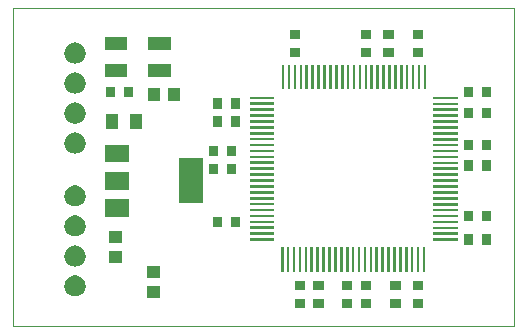
<source format=gts>
G75*
G71*
%OFA0B0*%
%FSLAX23Y23*%
%IPPOS*%
%LPD*%
%ADD10C,0.1*%
%LPD*%D10*
X0Y0D02*
X0Y100D01*
X0Y200D01*
X0Y300D01*
X0Y399D01*
X0Y499D01*
X0Y599D01*
X0Y699D01*
X0Y799D01*
X0Y899D01*
X0Y999D01*
X0Y1099D01*
X0Y1198D01*
X0Y1298D01*
X0Y1398D01*
X0Y1498D01*
X0Y1598D01*
X0Y1698D01*
X0Y1798D01*
X0Y1898D01*
X0Y1997D01*
X0Y2097D01*
X0Y2197D01*
X0Y2297D01*
X0Y2397D01*
X0Y2497D01*
X0Y2597D01*
X0Y2697D01*
X0Y2796D01*
X0Y2896D01*
X0Y2996D01*
X0Y3096D01*
X0Y3196D01*
X0Y3296D01*
X0Y3396D01*
X0Y3495D01*
X0Y3595D01*
X0Y3695D01*
X0Y3795D01*
X0Y3895D01*
X0Y3995D01*
X0Y4095D01*
X0Y4195D01*
X0Y4294D01*
X0Y4394D01*
X0Y4494D01*
X0Y4594D01*
X0Y4694D01*
X0Y4794D01*
X0Y4894D01*
X0Y4994D01*
X0Y5093D01*
X0Y5193D01*
X0Y5293D01*
X0Y5393D01*
X0Y5493D01*
X0Y5593D01*
X0Y5693D01*
X0Y5793D01*
X0Y5892D01*
X0Y5992D01*
X0Y6092D01*
X0Y6192D01*
X0Y6292D01*
X0Y6392D01*
X0Y6492D01*
X0Y6591D01*
X0Y6691D01*
X0Y6791D01*
X0Y6891D01*
X0Y6991D01*
X0Y7091D01*
X0Y7191D01*
X0Y7291D01*
X0Y7390D01*
X0Y7490D01*
X0Y7590D01*
X0Y7690D01*
X0Y7790D01*
X0Y7890D01*
X0Y7990D01*
X0Y8090D01*
X0Y8189D01*
X0Y8289D01*
X0Y8389D01*
X0Y8489D01*
X0Y8589D01*
X0Y8689D01*
X0Y8789D01*
X0Y8888D01*
X0Y8988D01*
X0Y9088D01*
X0Y9188D01*
X0Y9288D01*
X0Y9388D01*
X0Y9488D01*
X0Y9588D01*
X0Y9687D01*
X0Y9787D01*
X0Y9887D01*
X0Y9987D01*
X0Y10087D01*
X0Y10187D01*
X0Y10287D01*
X0Y10387D01*
X0Y10486D01*
X0Y10586D01*
X0Y10686D01*
X0Y10786D01*
X0Y10886D01*
X0Y10986D01*
X0Y11086D01*
X0Y11186D01*
X0Y11285D01*
X0Y11385D01*
X0Y11485D01*
X0Y11585D01*
X0Y11685D01*
X0Y11785D01*
X0Y11885D01*
X0Y11985D01*
X0Y12084D01*
X0Y12184D01*
X0Y12284D01*
X0Y12384D01*
X0Y12484D01*
X0Y12584D01*
X0Y12684D01*
X0Y12783D01*
X0Y12883D01*
X0Y12983D01*
X0Y13083D01*
X0Y13183D01*
X0Y13283D01*
X0Y13383D01*
X0Y13483D01*
X0Y13582D01*
X0Y13682D01*
X0Y13782D01*
X0Y13882D01*
X0Y13982D01*
X0Y14082D01*
X0Y14182D01*
X0Y14282D01*
X0Y14381D01*
X0Y14481D01*
X0Y14581D01*
X0Y14681D01*
X0Y14781D01*
X0Y14881D01*
X0Y14981D01*
X0Y15081D01*
X0Y15180D01*
X0Y15280D01*
X0Y15380D01*
X0Y15480D01*
X0Y15580D01*
X0Y15680D01*
X0Y15780D01*
X0Y15879D01*
X0Y15979D01*
X0Y16079D01*
X0Y16179D01*
X0Y16279D01*
X0Y16379D01*
X0Y16479D01*
X0Y16579D01*
X0Y16678D01*
X0Y16778D01*
X0Y16878D01*
X0Y16978D01*
X0Y17078D01*
X0Y17178D01*
X0Y17278D01*
X0Y17378D01*
X0Y17477D01*
X0Y17577D01*
X0Y17677D01*
X0Y17777D01*
X0Y17877D01*
X0Y17977D01*
X0Y18077D01*
X0Y18177D01*
X0Y18276D01*
X0Y18376D01*
X0Y18476D01*
X0Y18576D01*
X0Y18676D01*
X0Y18776D01*
X0Y18876D01*
X0Y18975D01*
X0Y19075D01*
X0Y19175D01*
X0Y19275D01*
X0Y19375D01*
X0Y19475D01*
X0Y19575D01*
X0Y19675D01*
X0Y19774D01*
X0Y19874D01*
X0Y19974D01*
X0Y20074D01*
X0Y20174D01*
X0Y20274D01*
X0Y20374D01*
X0Y20474D01*
X0Y20573D01*
X0Y20673D01*
X0Y20773D01*
X0Y20873D01*
X0Y20973D01*
X0Y21073D01*
X0Y21173D01*
X0Y21273D01*
X0Y21372D01*
X0Y21472D01*
X0Y21572D01*
X0Y21672D01*
X0Y21772D01*
X0Y21872D01*
X0Y21972D01*
X0Y22071D01*
X0Y22171D01*
X0Y22271D01*
X0Y22371D01*
X0Y22471D01*
X0Y22571D01*
X0Y22671D01*
X0Y22771D01*
X0Y22870D01*
X0Y22970D01*
X0Y23070D01*
X0Y23170D01*
X0Y23270D01*
X0Y23370D01*
X0Y23470D01*
X0Y23570D01*
X0Y23669D01*
X0Y23769D01*
X0Y23869D01*
X0Y23969D01*
X0Y24069D01*
X0Y24169D01*
X0Y24269D01*
X0Y24369D01*
X0Y24468D01*
X0Y24568D01*
X0Y24668D01*
X0Y24768D01*
X0Y24868D01*
X0Y24968D01*
X0Y25068D01*
X0Y25168D01*
X0Y25267D01*
X0Y25367D01*
X0Y25467D01*
X0Y25567D01*
X0Y25667D01*
X0Y25767D01*
X0Y25867D01*
X0Y25967D01*
X0Y26066D01*
X0Y26166D01*
X0Y26266D01*
X0Y26366D01*
X0Y26466D01*
X0Y26566D01*
X0Y26666D01*
X0Y26765D01*
X0Y26865D01*
X0Y26965D01*
X100Y26965D01*
X200Y26965D01*
X299Y26965D01*
X399Y26965D01*
X499Y26965D01*
X599Y26965D01*
X698Y26965D01*
X798Y26965D01*
X898Y26965D01*
X998Y26965D01*
X1098Y26965D01*
X1197Y26965D01*
X1297Y26965D01*
X1397Y26965D01*
X1497Y26965D01*
X1596Y26965D01*
X1696Y26965D01*
X1796Y26965D01*
X1896Y26965D01*
X1995Y26965D01*
X2095Y26965D01*
X2195Y26965D01*
X2295Y26965D01*
X2395Y26965D01*
X2494Y26965D01*
X2594Y26965D01*
X2694Y26965D01*
X2794Y26965D01*
X2893Y26965D01*
X2993Y26965D01*
X3093Y26965D01*
X3193Y26965D01*
X3293Y26965D01*
X3392Y26965D01*
X3492Y26965D01*
X3592Y26965D01*
X3692Y26965D01*
X3791Y26965D01*
X3891Y26965D01*
X3991Y26965D01*
X4091Y26965D01*
X4190Y26965D01*
X4290Y26965D01*
X4390Y26965D01*
X4490Y26965D01*
X4590Y26965D01*
X4689Y26965D01*
X4789Y26965D01*
X4889Y26965D01*
X4989Y26965D01*
X5088Y26965D01*
X5188Y26965D01*
X5288Y26965D01*
X5388Y26965D01*
X5488Y26965D01*
X5587Y26965D01*
X5687Y26965D01*
X5787Y26965D01*
X5887Y26965D01*
X5986Y26965D01*
X6086Y26965D01*
X6186Y26965D01*
X6286Y26965D01*
X6385Y26965D01*
X6485Y26965D01*
X6585Y26965D01*
X6685Y26965D01*
X6785Y26965D01*
X6884Y26965D01*
X6984Y26965D01*
X7084Y26965D01*
X7184Y26965D01*
X7283Y26965D01*
X7383Y26965D01*
X7483Y26965D01*
X7583Y26965D01*
X7683Y26965D01*
X7782Y26965D01*
X7882Y26965D01*
X7982Y26965D01*
X8082Y26965D01*
X8181Y26965D01*
X8281Y26965D01*
X8381Y26965D01*
X8481Y26965D01*
X8580Y26965D01*
X8680Y26965D01*
X8780Y26965D01*
X8880Y26965D01*
X8980Y26965D01*
X9079Y26965D01*
X9179Y26965D01*
X9279Y26965D01*
X9379Y26965D01*
X9478Y26965D01*
X9578Y26965D01*
X9678Y26965D01*
X9778Y26965D01*
X9878Y26965D01*
X9977Y26965D01*
X10077Y26965D01*
X10177Y26965D01*
X10277Y26965D01*
X10376Y26965D01*
X10476Y26965D01*
X10576Y26965D01*
X10676Y26965D01*
X10775Y26965D01*
X10875Y26965D01*
X10975Y26965D01*
X11075Y26965D01*
X11175Y26965D01*
X11274Y26965D01*
X11374Y26965D01*
X11474Y26965D01*
X11574Y26965D01*
X11673Y26965D01*
X11773Y26965D01*
X11873Y26965D01*
X11973Y26965D01*
X12073Y26965D01*
X12172Y26965D01*
X12272Y26965D01*
X12372Y26965D01*
X12472Y26965D01*
X12571Y26965D01*
X12671Y26965D01*
X12771Y26965D01*
X12871Y26965D01*
X12970Y26965D01*
X13070Y26965D01*
X13170Y26965D01*
X13270Y26965D01*
X13370Y26965D01*
X13469Y26965D01*
X13569Y26965D01*
X13669Y26965D01*
X13769Y26965D01*
X13868Y26965D01*
X13968Y26965D01*
X14068Y26965D01*
X14168Y26965D01*
X14268Y26965D01*
X14367Y26965D01*
X14467Y26965D01*
X14567Y26965D01*
X14667Y26965D01*
X14766Y26965D01*
X14866Y26965D01*
X14966Y26965D01*
X15066Y26965D01*
X15165Y26965D01*
X15265Y26965D01*
X15365Y26965D01*
X15465Y26965D01*
X15565Y26965D01*
X15664Y26965D01*
X15764Y26965D01*
X15864Y26965D01*
X15964Y26965D01*
X16063Y26965D01*
X16163Y26965D01*
X16263Y26965D01*
X16363Y26965D01*
X16463Y26965D01*
X16562Y26965D01*
X16662Y26965D01*
X16762Y26965D01*
X16862Y26965D01*
X16961Y26965D01*
X17061Y26965D01*
X17161Y26965D01*
X17261Y26965D01*
X17361Y26965D01*
X17460Y26965D01*
X17560Y26965D01*
X17660Y26965D01*
X17760Y26965D01*
X17859Y26965D01*
X17959Y26965D01*
X18059Y26965D01*
X18159Y26965D01*
X18258Y26965D01*
X18358Y26965D01*
X18458Y26965D01*
X18558Y26965D01*
X18658Y26965D01*
X18757Y26965D01*
X18857Y26965D01*
X18957Y26965D01*
X19057Y26965D01*
X19156Y26965D01*
X19256Y26965D01*
X19356Y26965D01*
X19456Y26965D01*
X19556Y26965D01*
X19655Y26965D01*
X19755Y26965D01*
X19855Y26965D01*
X19955Y26965D01*
X20054Y26965D01*
X20154Y26965D01*
X20254Y26965D01*
X20354Y26965D01*
X20453Y26965D01*
X20553Y26965D01*
X20653Y26965D01*
X20753Y26965D01*
X20853Y26965D01*
X20952Y26965D01*
X21052Y26965D01*
X21152Y26965D01*
X21252Y26965D01*
X21351Y26965D01*
X21451Y26965D01*
X21551Y26965D01*
X21651Y26965D01*
X21751Y26965D01*
X21850Y26965D01*
X21950Y26965D01*
X22050Y26965D01*
X22150Y26965D01*
X22249Y26965D01*
X22349Y26965D01*
X22449Y26965D01*
X22549Y26965D01*
X22649Y26965D01*
X22748Y26965D01*
X22848Y26965D01*
X22948Y26965D01*
X23048Y26965D01*
X23147Y26965D01*
X23247Y26965D01*
X23347Y26965D01*
X23447Y26965D01*
X23546Y26965D01*
X23646Y26965D01*
X23746Y26965D01*
X23846Y26965D01*
X23946Y26965D01*
X24045Y26965D01*
X24145Y26965D01*
X24245Y26965D01*
X24345Y26965D01*
X24444Y26965D01*
X24544Y26965D01*
X24644Y26965D01*
X24744Y26965D01*
X24844Y26965D01*
X24943Y26965D01*
X25043Y26965D01*
X25143Y26965D01*
X25243Y26965D01*
X25342Y26965D01*
X25442Y26965D01*
X25542Y26965D01*
X25642Y26965D01*
X25741Y26965D01*
X25841Y26965D01*
X25941Y26965D01*
X26041Y26965D01*
X26141Y26965D01*
X26240Y26965D01*
X26340Y26965D01*
X26440Y26965D01*
X26540Y26965D01*
X26639Y26965D01*
X26739Y26965D01*
X26839Y26965D01*
X26939Y26965D01*
X27039Y26965D01*
X27138Y26965D01*
X27238Y26965D01*
X27338Y26965D01*
X27438Y26965D01*
X27537Y26965D01*
X27637Y26965D01*
X27737Y26965D01*
X27837Y26965D01*
X27936Y26965D01*
X28036Y26965D01*
X28136Y26965D01*
X28236Y26965D01*
X28336Y26965D01*
X28435Y26965D01*
X28535Y26965D01*
X28635Y26965D01*
X28735Y26965D01*
X28834Y26965D01*
X28934Y26965D01*
X29034Y26965D01*
X29134Y26965D01*
X29234Y26965D01*
X29333Y26965D01*
X29433Y26965D01*
X29533Y26965D01*
X29633Y26965D01*
X29732Y26965D01*
X29832Y26965D01*
X29932Y26965D01*
X30032Y26965D01*
X30131Y26965D01*
X30231Y26965D01*
X30331Y26965D01*
X30431Y26965D01*
X30531Y26965D01*
X30630Y26965D01*
X30730Y26965D01*
X30830Y26965D01*
X30930Y26965D01*
X31029Y26965D01*
X31129Y26965D01*
X31229Y26965D01*
X31329Y26965D01*
X31429Y26965D01*
X31528Y26965D01*
X31628Y26965D01*
X31728Y26965D01*
X31828Y26965D01*
X31927Y26965D01*
X32027Y26965D01*
X32127Y26965D01*
X32227Y26965D01*
X32327Y26965D01*
X32426Y26965D01*
X32526Y26965D01*
X32626Y26965D01*
X32726Y26965D01*
X32825Y26965D01*
X32925Y26965D01*
X33025Y26965D01*
X33125Y26965D01*
X33224Y26965D01*
X33324Y26965D01*
X33424Y26965D01*
X33524Y26965D01*
X33624Y26965D01*
X33723Y26965D01*
X33823Y26965D01*
X33923Y26965D01*
X34023Y26965D01*
X34122Y26965D01*
X34222Y26965D01*
X34322Y26965D01*
X34422Y26965D01*
X34522Y26965D01*
X34621Y26965D01*
X34721Y26965D01*
X34821Y26965D01*
X34921Y26965D01*
X35020Y26965D01*
X35120Y26965D01*
X35220Y26965D01*
X35320Y26965D01*
X35419Y26965D01*
X35519Y26965D01*
X35619Y26965D01*
X35719Y26965D01*
X35819Y26965D01*
X35918Y26965D01*
X36018Y26965D01*
X36118Y26965D01*
X36218Y26965D01*
X36317Y26965D01*
X36417Y26965D01*
X36517Y26965D01*
X36617Y26965D01*
X36717Y26965D01*
X36816Y26965D01*
X36916Y26965D01*
X37016Y26965D01*
X37116Y26965D01*
X37215Y26965D01*
X37315Y26965D01*
X37415Y26965D01*
X37515Y26965D01*
X37615Y26965D01*
X37714Y26965D01*
X37814Y26965D01*
X37914Y26965D01*
X38014Y26965D01*
X38113Y26965D01*
X38213Y26965D01*
X38313Y26965D01*
X38413Y26965D01*
X38513Y26965D01*
X38612Y26965D01*
X38712Y26965D01*
X38812Y26965D01*
X38912Y26965D01*
X39011Y26965D01*
X39111Y26965D01*
X39211Y26965D01*
X39311Y26965D01*
X39410Y26965D01*
X39510Y26965D01*
X39610Y26965D01*
X39710Y26965D01*
X39810Y26965D01*
X39909Y26965D01*
X40009Y26965D01*
X40109Y26965D01*
X40209Y26965D01*
X40308Y26965D01*
X40408Y26965D01*
X40508Y26965D01*
X40608Y26965D01*
X40708Y26965D01*
X40807Y26965D01*
X40907Y26965D01*
X41007Y26965D01*
X41107Y26965D01*
X41206Y26965D01*
X41306Y26965D01*
X41406Y26965D01*
X41506Y26965D01*
X41606Y26965D01*
X41705Y26965D01*
X41805Y26965D01*
X41905Y26965D01*
X42005Y26965D01*
X42104Y26965D01*
X42204Y26965D01*
X42304Y26965D01*
X42404Y26965D01*
X42404Y26865D01*
X42404Y26766D01*
X42404Y26666D01*
X42404Y26566D01*
X42404Y26466D01*
X42404Y26366D01*
X42404Y26266D01*
X42404Y26166D01*
X42404Y26066D01*
X42404Y25967D01*
X42404Y25867D01*
X42404Y25767D01*
X42404Y25667D01*
X42404Y25567D01*
X42404Y25467D01*
X42404Y25367D01*
X42404Y25267D01*
X42404Y25168D01*
X42404Y25068D01*
X42404Y24968D01*
X42404Y24868D01*
X42404Y24768D01*
X42404Y24668D01*
X42404Y24568D01*
X42404Y24468D01*
X42404Y24369D01*
X42404Y24269D01*
X42404Y24169D01*
X42404Y24069D01*
X42404Y23969D01*
X42404Y23869D01*
X42404Y23769D01*
X42404Y23670D01*
X42404Y23570D01*
X42404Y23470D01*
X42404Y23370D01*
X42404Y23270D01*
X42404Y23170D01*
X42404Y23070D01*
X42404Y22970D01*
X42404Y22871D01*
X42404Y22771D01*
X42404Y22671D01*
X42404Y22571D01*
X42404Y22471D01*
X42404Y22371D01*
X42404Y22271D01*
X42404Y22171D01*
X42404Y22072D01*
X42404Y21972D01*
X42404Y21872D01*
X42404Y21772D01*
X42404Y21672D01*
X42404Y21572D01*
X42404Y21472D01*
X42404Y21372D01*
X42404Y21273D01*
X42404Y21173D01*
X42404Y21073D01*
X42404Y20973D01*
X42404Y20873D01*
X42404Y20773D01*
X42404Y20673D01*
X42404Y20574D01*
X42404Y20474D01*
X42404Y20374D01*
X42404Y20274D01*
X42404Y20174D01*
X42404Y20074D01*
X42404Y19974D01*
X42404Y19874D01*
X42404Y19775D01*
X42404Y19675D01*
X42404Y19575D01*
X42404Y19475D01*
X42404Y19375D01*
X42404Y19275D01*
X42404Y19175D01*
X42404Y19075D01*
X42404Y18976D01*
X42404Y18876D01*
X42404Y18776D01*
X42404Y18676D01*
X42404Y18576D01*
X42404Y18476D01*
X42404Y18376D01*
X42404Y18276D01*
X42404Y18177D01*
X42404Y18077D01*
X42404Y17977D01*
X42404Y17877D01*
X42404Y17777D01*
X42404Y17677D01*
X42404Y17577D01*
X42404Y17478D01*
X42404Y17378D01*
X42404Y17278D01*
X42404Y17178D01*
X42404Y17078D01*
X42404Y16978D01*
X42404Y16878D01*
X42404Y16778D01*
X42404Y16679D01*
X42404Y16579D01*
X42404Y16479D01*
X42404Y16379D01*
X42404Y16279D01*
X42404Y16179D01*
X42404Y16079D01*
X42404Y15979D01*
X42404Y15880D01*
X42404Y15780D01*
X42404Y15680D01*
X42404Y15580D01*
X42404Y15480D01*
X42404Y15380D01*
X42404Y15280D01*
X42404Y15180D01*
X42404Y15081D01*
X42404Y14981D01*
X42404Y14881D01*
X42404Y14781D01*
X42404Y14681D01*
X42404Y14581D01*
X42404Y14481D01*
X42404Y14382D01*
X42404Y14282D01*
X42404Y14182D01*
X42404Y14082D01*
X42404Y13982D01*
X42404Y13882D01*
X42404Y13782D01*
X42404Y13682D01*
X42404Y13583D01*
X42404Y13483D01*
X42404Y13383D01*
X42404Y13283D01*
X42404Y13183D01*
X42404Y13083D01*
X42404Y12983D01*
X42404Y12883D01*
X42404Y12784D01*
X42404Y12684D01*
X42404Y12584D01*
X42404Y12484D01*
X42404Y12384D01*
X42404Y12284D01*
X42404Y12184D01*
X42404Y12084D01*
X42404Y11985D01*
X42404Y11885D01*
X42404Y11785D01*
X42404Y11685D01*
X42404Y11585D01*
X42404Y11485D01*
X42404Y11385D01*
X42404Y11286D01*
X42404Y11186D01*
X42404Y11086D01*
X42404Y10986D01*
X42404Y10886D01*
X42404Y10786D01*
X42404Y10686D01*
X42404Y10586D01*
X42404Y10487D01*
X42404Y10387D01*
X42404Y10287D01*
X42404Y10187D01*
X42404Y10087D01*
X42404Y9987D01*
X42404Y9887D01*
X42404Y9787D01*
X42404Y9688D01*
X42404Y9588D01*
X42404Y9488D01*
X42404Y9388D01*
X42404Y9288D01*
X42404Y9188D01*
X42404Y9088D01*
X42404Y8988D01*
X42404Y8889D01*
X42404Y8789D01*
X42404Y8689D01*
X42404Y8589D01*
X42404Y8489D01*
X42404Y8389D01*
X42404Y8289D01*
X42404Y8190D01*
X42404Y8090D01*
X42404Y7990D01*
X42404Y7890D01*
X42404Y7790D01*
X42404Y7690D01*
X42404Y7590D01*
X42404Y7490D01*
X42404Y7391D01*
X42404Y7291D01*
X42404Y7191D01*
X42404Y7091D01*
X42404Y6991D01*
X42404Y6891D01*
X42404Y6791D01*
X42404Y6691D01*
X42404Y6592D01*
X42404Y6492D01*
X42404Y6392D01*
X42404Y6292D01*
X42404Y6192D01*
X42404Y6092D01*
X42404Y5992D01*
X42404Y5892D01*
X42404Y5793D01*
X42404Y5693D01*
X42404Y5593D01*
X42404Y5493D01*
X42404Y5393D01*
X42404Y5293D01*
X42404Y5193D01*
X42404Y5093D01*
X42404Y4994D01*
X42404Y4894D01*
X42404Y4794D01*
X42404Y4694D01*
X42404Y4594D01*
X42404Y4494D01*
X42404Y4394D01*
X42404Y4295D01*
X42404Y4195D01*
X42404Y4095D01*
X42404Y3995D01*
X42404Y3895D01*
X42404Y3795D01*
X42404Y3695D01*
X42404Y3595D01*
X42404Y3496D01*
X42404Y3396D01*
X42404Y3296D01*
X42404Y3196D01*
X42404Y3096D01*
X42404Y2996D01*
X42404Y2896D01*
X42404Y2796D01*
X42404Y2697D01*
X42404Y2597D01*
X42404Y2497D01*
X42404Y2397D01*
X42404Y2297D01*
X42404Y2197D01*
X42404Y2097D01*
X42404Y1997D01*
X42404Y1898D01*
X42404Y1798D01*
X42404Y1698D01*
X42404Y1598D01*
X42404Y1498D01*
X42404Y1398D01*
X42404Y1298D01*
X42404Y1199D01*
X42404Y1099D01*
X42404Y999D01*
X42404Y899D01*
X42404Y799D01*
X42404Y699D01*
X42404Y599D01*
X42404Y499D01*
X42404Y400D01*
X42404Y300D01*
X42404Y200D01*
X42404Y100D01*
X42404Y0D01*
X42304Y0D01*
X42204Y0D01*
X42104Y0D01*
X42005Y0D01*
X41905Y0D01*
X41805Y0D01*
X41705Y0D01*
X41606Y0D01*
X41506Y0D01*
X41406Y0D01*
X41306Y0D01*
X41206Y0D01*
X41107Y0D01*
X41007Y0D01*
X40907Y0D01*
X40807Y0D01*
X40708Y0D01*
X40608Y0D01*
X40508Y0D01*
X40408Y0D01*
X40309Y0D01*
X40209Y0D01*
X40109Y0D01*
X40009Y0D01*
X39909Y0D01*
X39810Y0D01*
X39710Y0D01*
X39610Y0D01*
X39510Y0D01*
X39411Y0D01*
X39311Y0D01*
X39211Y0D01*
X39111Y0D01*
X39011Y0D01*
X38912Y0D01*
X38812Y0D01*
X38712Y0D01*
X38612Y0D01*
X38513Y0D01*
X38413Y0D01*
X38313Y0D01*
X38213Y0D01*
X38114Y0D01*
X38014Y0D01*
X37914Y0D01*
X37814Y0D01*
X37714Y0D01*
X37615Y0D01*
X37515Y0D01*
X37415Y0D01*
X37315Y0D01*
X37216Y0D01*
X37116Y0D01*
X37016Y0D01*
X36916Y0D01*
X36816Y0D01*
X36717Y0D01*
X36617Y0D01*
X36517Y0D01*
X36417Y0D01*
X36318Y0D01*
X36218Y0D01*
X36118Y0D01*
X36018Y0D01*
X35919Y0D01*
X35819Y0D01*
X35719Y0D01*
X35619Y0D01*
X35519Y0D01*
X35420Y0D01*
X35320Y0D01*
X35220Y0D01*
X35120Y0D01*
X35021Y0D01*
X34921Y0D01*
X34821Y0D01*
X34721Y0D01*
X34621Y0D01*
X34522Y0D01*
X34422Y0D01*
X34322Y0D01*
X34222Y0D01*
X34123Y0D01*
X34023Y0D01*
X33923Y0D01*
X33823Y0D01*
X33723Y0D01*
X33624Y0D01*
X33524Y0D01*
X33424Y0D01*
X33324Y0D01*
X33225Y0D01*
X33125Y0D01*
X33025Y0D01*
X32925Y0D01*
X32826Y0D01*
X32726Y0D01*
X32626Y0D01*
X32526Y0D01*
X32426Y0D01*
X32327Y0D01*
X32227Y0D01*
X32127Y0D01*
X32027Y0D01*
X31928Y0D01*
X31828Y0D01*
X31728Y0D01*
X31628Y0D01*
X31528Y0D01*
X31429Y0D01*
X31329Y0D01*
X31229Y0D01*
X31129Y0D01*
X31030Y0D01*
X30930Y0D01*
X30830Y0D01*
X30730Y0D01*
X30631Y0D01*
X30531Y0D01*
X30431Y0D01*
X30331Y0D01*
X30231Y0D01*
X30132Y0D01*
X30032Y0D01*
X29932Y0D01*
X29832Y0D01*
X29733Y0D01*
X29633Y0D01*
X29533Y0D01*
X29433Y0D01*
X29333Y0D01*
X29234Y0D01*
X29134Y0D01*
X29034Y0D01*
X28934Y0D01*
X28835Y0D01*
X28735Y0D01*
X28635Y0D01*
X28535Y0D01*
X28436Y0D01*
X28336Y0D01*
X28236Y0D01*
X28136Y0D01*
X28036Y0D01*
X27937Y0D01*
X27837Y0D01*
X27737Y0D01*
X27637Y0D01*
X27538Y0D01*
X27438Y0D01*
X27338Y0D01*
X27238Y0D01*
X27138Y0D01*
X27039Y0D01*
X26939Y0D01*
X26839Y0D01*
X26739Y0D01*
X26640Y0D01*
X26540Y0D01*
X26440Y0D01*
X26340Y0D01*
X26241Y0D01*
X26141Y0D01*
X26041Y0D01*
X25941Y0D01*
X25841Y0D01*
X25742Y0D01*
X25642Y0D01*
X25542Y0D01*
X25442Y0D01*
X25343Y0D01*
X25243Y0D01*
X25143Y0D01*
X25043Y0D01*
X24943Y0D01*
X24844Y0D01*
X24744Y0D01*
X24644Y0D01*
X24544Y0D01*
X24445Y0D01*
X24345Y0D01*
X24245Y0D01*
X24145Y0D01*
X24045Y0D01*
X23946Y0D01*
X23846Y0D01*
X23746Y0D01*
X23646Y0D01*
X23547Y0D01*
X23447Y0D01*
X23347Y0D01*
X23247Y0D01*
X23148Y0D01*
X23048Y0D01*
X22948Y0D01*
X22848Y0D01*
X22748Y0D01*
X22649Y0D01*
X22549Y0D01*
X22449Y0D01*
X22349Y0D01*
X22250Y0D01*
X22150Y0D01*
X22050Y0D01*
X21950Y0D01*
X21850Y0D01*
X21751Y0D01*
X21651Y0D01*
X21551Y0D01*
X21451Y0D01*
X21352Y0D01*
X21252Y0D01*
X21152Y0D01*
X21052Y0D01*
X20953Y0D01*
X20853Y0D01*
X20753Y0D01*
X20653Y0D01*
X20553Y0D01*
X20454Y0D01*
X20354Y0D01*
X20254Y0D01*
X20154Y0D01*
X20055Y0D01*
X19955Y0D01*
X19855Y0D01*
X19755Y0D01*
X19655Y0D01*
X19556Y0D01*
X19456Y0D01*
X19356Y0D01*
X19256Y0D01*
X19157Y0D01*
X19057Y0D01*
X18957Y0D01*
X18857Y0D01*
X18758Y0D01*
X18658Y0D01*
X18558Y0D01*
X18458Y0D01*
X18358Y0D01*
X18259Y0D01*
X18159Y0D01*
X18059Y0D01*
X17959Y0D01*
X17860Y0D01*
X17760Y0D01*
X17660Y0D01*
X17560Y0D01*
X17460Y0D01*
X17361Y0D01*
X17261Y0D01*
X17161Y0D01*
X17061Y0D01*
X16962Y0D01*
X16862Y0D01*
X16762Y0D01*
X16662Y0D01*
X16563Y0D01*
X16463Y0D01*
X16363Y0D01*
X16263Y0D01*
X16163Y0D01*
X16064Y0D01*
X15964Y0D01*
X15864Y0D01*
X15764Y0D01*
X15665Y0D01*
X15565Y0D01*
X15465Y0D01*
X15365Y0D01*
X15265Y0D01*
X15166Y0D01*
X15066Y0D01*
X14966Y0D01*
X14866Y0D01*
X14767Y0D01*
X14667Y0D01*
X14567Y0D01*
X14467Y0D01*
X14367Y0D01*
X14268Y0D01*
X14168Y0D01*
X14068Y0D01*
X13968Y0D01*
X13869Y0D01*
X13769Y0D01*
X13669Y0D01*
X13569Y0D01*
X13470Y0D01*
X13370Y0D01*
X13270Y0D01*
X13170Y0D01*
X13070Y0D01*
X12971Y0D01*
X12871Y0D01*
X12771Y0D01*
X12671Y0D01*
X12572Y0D01*
X12472Y0D01*
X12372Y0D01*
X12272Y0D01*
X12172Y0D01*
X12073Y0D01*
X11973Y0D01*
X11873Y0D01*
X11773Y0D01*
X11674Y0D01*
X11574Y0D01*
X11474Y0D01*
X11374Y0D01*
X11275Y0D01*
X11175Y0D01*
X11075Y0D01*
X10975Y0D01*
X10875Y0D01*
X10776Y0D01*
X10676Y0D01*
X10576Y0D01*
X10476Y0D01*
X10377Y0D01*
X10277Y0D01*
X10177Y0D01*
X10077Y0D01*
X9977Y0D01*
X9878Y0D01*
X9778Y0D01*
X9678Y0D01*
X9578Y0D01*
X9479Y0D01*
X9379Y0D01*
X9279Y0D01*
X9179Y0D01*
X9079Y0D01*
X8980Y0D01*
X8880Y0D01*
X8780Y0D01*
X8680Y0D01*
X8581Y0D01*
X8481Y0D01*
X8381Y0D01*
X8281Y0D01*
X8182Y0D01*
X8082Y0D01*
X7982Y0D01*
X7882Y0D01*
X7782Y0D01*
X7683Y0D01*
X7583Y0D01*
X7483Y0D01*
X7383Y0D01*
X7284Y0D01*
X7184Y0D01*
X7084Y0D01*
X6984Y0D01*
X6884Y0D01*
X6785Y0D01*
X6685Y0D01*
X6585Y0D01*
X6485Y0D01*
X6386Y0D01*
X6286Y0D01*
X6186Y0D01*
X6086Y0D01*
X5987Y0D01*
X5887Y0D01*
X5787Y0D01*
X5687Y0D01*
X5587Y0D01*
X5488Y0D01*
X5388Y0D01*
X5288Y0D01*
X5188Y0D01*
X5089Y0D01*
X4989Y0D01*
X4889Y0D01*
X4789Y0D01*
X4689Y0D01*
X4590Y0D01*
X4490Y0D01*
X4390Y0D01*
X4290Y0D01*
X4191Y0D01*
X4091Y0D01*
X3991Y0D01*
X3891Y0D01*
X3791Y0D01*
X3692Y0D01*
X3592Y0D01*
X3492Y0D01*
X3392Y0D01*
X3293Y0D01*
X3193Y0D01*
X3093Y0D01*
X2993Y0D01*
X2894Y0D01*
X2794Y0D01*
X2694Y0D01*
X2594Y0D01*
X2494Y0D01*
X2395Y0D01*
X2295Y0D01*
X2195Y0D01*
X2095Y0D01*
X1996Y0D01*
X1896Y0D01*
X1796Y0D01*
X1696Y0D01*
X1596Y0D01*
X1497Y0D01*
X1397Y0D01*
X1297Y0D01*
X1197Y0D01*
X1098Y0D01*
X998Y0D01*
X898Y0D01*
X798Y0D01*
X698Y0D01*
X599Y0D01*
X499Y0D01*
X399Y0D01*
X299Y0D01*
X200Y0D01*
X100Y0D01*
X0Y0D01*
X0Y0D01*
G36*
X22113Y19463D02*
X22113Y19243D01*
X20013Y19243D01*
X20013Y19463D01*
G37*
G36*
X22113Y18463D02*
X22113Y18243D01*
X20013Y18243D01*
X20013Y18463D01*
G37*
G36*
X22113Y15963D02*
X22113Y15743D01*
X20013Y15743D01*
X20013Y15963D01*
G37*
G36*
X22113Y15463D02*
X22113Y15243D01*
X20013Y15243D01*
X20013Y15463D01*
G37*
G36*
X22113Y14963D02*
X22113Y14743D01*
X20013Y14743D01*
X20013Y14963D01*
G37*
G36*
X22113Y14463D02*
X22113Y14243D01*
X20013Y14243D01*
X20013Y14463D01*
G37*
G36*
X22113Y13963D02*
X22113Y13743D01*
X20013Y13743D01*
X20013Y13963D01*
G37*
G36*
X22113Y12463D02*
X22113Y12243D01*
X20013Y12243D01*
X20013Y12463D01*
G37*
G36*
X22113Y9963D02*
X22113Y9743D01*
X20013Y9743D01*
X20013Y9963D01*
G37*
G36*
X22113Y9463D02*
X22113Y9243D01*
X20013Y9243D01*
X20013Y9463D01*
G37*
G36*
X22113Y8463D02*
X22113Y8243D01*
X20013Y8243D01*
X20013Y8463D01*
G37*
G36*
X22113Y7463D02*
X22113Y7243D01*
X20013Y7243D01*
X20013Y7463D01*
G37*
G36*
X23894Y6688D02*
X23894Y4588D01*
X23674Y4588D01*
X23674Y6688D01*
G37*
G36*
X25394Y6688D02*
X25394Y4588D01*
X25174Y4588D01*
X25174Y6688D01*
G37*
G36*
X27394Y6688D02*
X27394Y4588D01*
X27174Y4588D01*
X27174Y6688D01*
G37*
G36*
X28394Y6688D02*
X28394Y4588D01*
X28174Y4588D01*
X28174Y6688D01*
G37*
G36*
X28894Y6688D02*
X28894Y4588D01*
X28674Y4588D01*
X28674Y6688D01*
G37*
G36*
X30894Y6688D02*
X30894Y4588D01*
X30674Y4588D01*
X30674Y6688D01*
G37*
G36*
X31394Y6688D02*
X31394Y4588D01*
X31174Y4588D01*
X31174Y6688D01*
G37*
G36*
X31894Y6688D02*
X31894Y4588D01*
X31674Y4588D01*
X31674Y6688D01*
G37*
G36*
X32394Y6688D02*
X32394Y4588D01*
X32174Y4588D01*
X32174Y6688D01*
G37*
G36*
X34394Y6688D02*
X34394Y4588D01*
X34174Y4588D01*
X34174Y6688D01*
G37*
G36*
X37624Y7455D02*
X37624Y7235D01*
X35524Y7235D01*
X35524Y7455D01*
G37*
G36*
X37624Y8455D02*
X37624Y8235D01*
X35524Y8235D01*
X35524Y8455D01*
G37*
G36*
X37624Y8955D02*
X37624Y8735D01*
X35524Y8735D01*
X35524Y8955D01*
G37*
G36*
X37624Y9455D02*
X37624Y9235D01*
X35524Y9235D01*
X35524Y9455D01*
G37*
G36*
X37624Y9955D02*
X37624Y9735D01*
X35524Y9735D01*
X35524Y9955D01*
G37*
G36*
X37624Y10455D02*
X37624Y10235D01*
X35524Y10235D01*
X35524Y10455D01*
G37*
G36*
X37624Y10955D02*
X37624Y10735D01*
X35524Y10735D01*
X35524Y10955D01*
G37*
G36*
X37624Y11955D02*
X37624Y11735D01*
X35524Y11735D01*
X35524Y11955D01*
G37*
G36*
X37624Y12455D02*
X37624Y12235D01*
X35524Y12235D01*
X35524Y12455D01*
G37*
G36*
X37624Y13955D02*
X37624Y13735D01*
X35524Y13735D01*
X35524Y13955D01*
G37*
G36*
X37624Y14455D02*
X37624Y14235D01*
X35524Y14235D01*
X35524Y14455D01*
G37*
G36*
X37624Y15455D02*
X37624Y15235D01*
X35524Y15235D01*
X35524Y15455D01*
G37*
G36*
X37624Y16455D02*
X37624Y16235D01*
X35524Y16235D01*
X35524Y16455D01*
G37*
G36*
X37624Y17455D02*
X37624Y17235D01*
X35524Y17235D01*
X35524Y17455D01*
G37*
G36*
X37624Y18455D02*
X37624Y18235D01*
X35524Y18235D01*
X35524Y18455D01*
G37*
G36*
X37624Y18955D02*
X37624Y18735D01*
X35524Y18735D01*
X35524Y18955D01*
G37*
G36*
X33972Y22173D02*
X33972Y20073D01*
X33752Y20073D01*
X33752Y22173D01*
G37*
G36*
X33472Y22173D02*
X33472Y20073D01*
X33252Y20073D01*
X33252Y22173D01*
G37*
G36*
X31972Y22173D02*
X31972Y20073D01*
X31752Y20073D01*
X31752Y22173D01*
G37*
G36*
X31472Y22173D02*
X31472Y20073D01*
X31252Y20073D01*
X31252Y22173D01*
G37*
G36*
X30972Y22173D02*
X30972Y20073D01*
X30752Y20073D01*
X30752Y22173D01*
G37*
G36*
X30472Y22173D02*
X30472Y20073D01*
X30252Y20073D01*
X30252Y22173D01*
G37*
G36*
X29472Y22173D02*
X29472Y20073D01*
X29252Y20073D01*
X29252Y22173D01*
G37*
G36*
X27972Y22173D02*
X27972Y20073D01*
X27752Y20073D01*
X27752Y22173D01*
G37*
G36*
X27472Y22173D02*
X27472Y20073D01*
X27252Y20073D01*
X27252Y22173D01*
G37*
G36*
X26972Y22173D02*
X26972Y20073D01*
X26752Y20073D01*
X26752Y22173D01*
G37*
G36*
X25972Y22173D02*
X25972Y20073D01*
X25752Y20073D01*
X25752Y22173D01*
G37*
G36*
X25472Y22173D02*
X25472Y20073D01*
X25252Y20073D01*
X25252Y22173D01*
G37*
G36*
X24972Y22173D02*
X24972Y20073D01*
X24752Y20073D01*
X24752Y22173D01*
G37*
G36*
X23472Y22173D02*
X23472Y20073D01*
X23252Y20073D01*
X23252Y22173D01*
G37*
G36*
X22972Y22173D02*
X22972Y20073D01*
X22752Y20073D01*
X22752Y22173D01*
G37*
G36*
X22113Y18963D02*
X22113Y18743D01*
X20013Y18743D01*
X20013Y18963D01*
G37*
G36*
X22113Y17963D02*
X22113Y17743D01*
X20013Y17743D01*
X20013Y17963D01*
G37*
G36*
X22113Y17463D02*
X22113Y17243D01*
X20013Y17243D01*
X20013Y17463D01*
G37*
G36*
X22113Y16963D02*
X22113Y16743D01*
X20013Y16743D01*
X20013Y16963D01*
G37*
G36*
X22113Y16463D02*
X22113Y16243D01*
X20013Y16243D01*
X20013Y16463D01*
G37*
G36*
X22113Y13463D02*
X22113Y13243D01*
X20013Y13243D01*
X20013Y13463D01*
G37*
G36*
X22113Y12963D02*
X22113Y12743D01*
X20013Y12743D01*
X20013Y12963D01*
G37*
G36*
X22113Y11963D02*
X22113Y11743D01*
X20013Y11743D01*
X20013Y11963D01*
G37*
G36*
X22113Y11463D02*
X22113Y11243D01*
X20013Y11243D01*
X20013Y11463D01*
G37*
G36*
X22113Y10963D02*
X22113Y10743D01*
X20013Y10743D01*
X20013Y10963D01*
G37*
G36*
X22113Y10463D02*
X22113Y10243D01*
X20013Y10243D01*
X20013Y10463D01*
G37*
G36*
X22113Y8963D02*
X22113Y8743D01*
X20013Y8743D01*
X20013Y8963D01*
G37*
G36*
X22113Y7963D02*
X22113Y7743D01*
X20013Y7743D01*
X20013Y7963D01*
G37*
G36*
X22894Y6688D02*
X22894Y4588D01*
X22674Y4588D01*
X22674Y6688D01*
G37*
G36*
X23394Y6688D02*
X23394Y4588D01*
X23174Y4588D01*
X23174Y6688D01*
G37*
G36*
X24394Y6688D02*
X24394Y4588D01*
X24174Y4588D01*
X24174Y6688D01*
G37*
G36*
X24894Y6688D02*
X24894Y4588D01*
X24674Y4588D01*
X24674Y6688D01*
G37*
G36*
X25894Y6688D02*
X25894Y4588D01*
X25674Y4588D01*
X25674Y6688D01*
G37*
G36*
X26394Y6688D02*
X26394Y4588D01*
X26174Y4588D01*
X26174Y6688D01*
G37*
G36*
X26894Y6688D02*
X26894Y4588D01*
X26674Y4588D01*
X26674Y6688D01*
G37*
G36*
X27894Y6688D02*
X27894Y4588D01*
X27674Y4588D01*
X27674Y6688D01*
G37*
G36*
X29394Y6688D02*
X29394Y4588D01*
X29174Y4588D01*
X29174Y6688D01*
G37*
G36*
X29894Y6688D02*
X29894Y4588D01*
X29674Y4588D01*
X29674Y6688D01*
G37*
G36*
X30394Y6688D02*
X30394Y4588D01*
X30174Y4588D01*
X30174Y6688D01*
G37*
G36*
X32894Y6688D02*
X32894Y4588D01*
X32674Y4588D01*
X32674Y6688D01*
G37*
G36*
X33394Y6688D02*
X33394Y4588D01*
X33174Y4588D01*
X33174Y6688D01*
G37*
G36*
X33894Y6688D02*
X33894Y4588D01*
X33674Y4588D01*
X33674Y6688D01*
G37*
G36*
X34894Y6688D02*
X34894Y4588D01*
X34674Y4588D01*
X34674Y6688D01*
G37*
G36*
X37624Y7955D02*
X37624Y7735D01*
X35524Y7735D01*
X35524Y7955D01*
G37*
G36*
X37624Y11455D02*
X37624Y11235D01*
X35524Y11235D01*
X35524Y11455D01*
G37*
G36*
X37624Y12955D02*
X37624Y12735D01*
X35524Y12735D01*
X35524Y12955D01*
G37*
G36*
X37624Y13455D02*
X37624Y13235D01*
X35524Y13235D01*
X35524Y13455D01*
G37*
G36*
X37624Y14955D02*
X37624Y14735D01*
X35524Y14735D01*
X35524Y14955D01*
G37*
G36*
X37624Y15955D02*
X37624Y15735D01*
X35524Y15735D01*
X35524Y15955D01*
G37*
G36*
X37624Y16955D02*
X37624Y16735D01*
X35524Y16735D01*
X35524Y16955D01*
G37*
G36*
X37624Y17955D02*
X37624Y17735D01*
X35524Y17735D01*
X35524Y17955D01*
G37*
G36*
X37624Y19455D02*
X37624Y19235D01*
X35524Y19235D01*
X35524Y19455D01*
G37*
G36*
X34972Y22173D02*
X34972Y20073D01*
X34752Y20073D01*
X34752Y22173D01*
G37*
G36*
X34472Y22173D02*
X34472Y20073D01*
X34252Y20073D01*
X34252Y22173D01*
G37*
G36*
X32972Y22173D02*
X32972Y20073D01*
X32752Y20073D01*
X32752Y22173D01*
G37*
G36*
X32472Y22173D02*
X32472Y20073D01*
X32252Y20073D01*
X32252Y22173D01*
G37*
G36*
X29972Y22173D02*
X29972Y20073D01*
X29752Y20073D01*
X29752Y22173D01*
G37*
G36*
X28972Y22173D02*
X28972Y20073D01*
X28752Y20073D01*
X28752Y22173D01*
G37*
G36*
X28472Y22173D02*
X28472Y20073D01*
X28252Y20073D01*
X28252Y22173D01*
G37*
G36*
X26472Y22173D02*
X26472Y20073D01*
X26252Y20073D01*
X26252Y22173D01*
G37*
G36*
X24472Y22173D02*
X24472Y20073D01*
X24252Y20073D01*
X24252Y22173D01*
G37*
G36*
X23972Y22173D02*
X23972Y20073D01*
X23752Y20073D01*
X23752Y22173D01*
G37*
G36*
X7873Y20273D02*
X8635Y20273D01*
X8635Y19384D01*
X7873Y19384D01*
G37*
G36*
X9397Y20273D02*
X10159Y20273D01*
X10159Y19384D01*
X9397Y19384D01*
G37*
G36*
X9774Y11585D02*
X7774Y11585D01*
X7774Y13085D01*
X9774Y13085D01*
X9774Y11585D01*
G37*
G36*
X9774Y13885D02*
X7774Y13885D01*
X7774Y15385D01*
X9774Y15385D01*
X9774Y13885D01*
G37*
G36*
X9774Y9285D02*
X7774Y9285D01*
X7774Y10785D01*
X9774Y10785D01*
X9774Y9285D01*
G37*
G36*
X14074Y14235D02*
X16074Y14235D01*
X16074Y10435D01*
X14074Y10435D01*
X14074Y14235D01*
G37*
G36*
X7742Y22219D02*
X9642Y22219D01*
X9642Y21119D01*
X7742Y21119D01*
G37*
G36*
X11442Y22219D02*
X13342Y22219D01*
X13342Y21119D01*
X11442Y21119D01*
G37*
G36*
X11442Y24519D02*
X13342Y24519D01*
X13342Y23419D01*
X11442Y23419D01*
G37*
G36*
X7742Y24519D02*
X9642Y24519D01*
X9642Y23419D01*
X7742Y23419D01*
G37*
G36*
X24728Y3822D02*
X24728Y3060D01*
X23839Y3060D01*
X23839Y3822D01*
G37*
G36*
X24728Y2298D02*
X24728Y1536D01*
X23839Y1536D01*
X23839Y2298D01*
G37*
G36*
X26307Y3822D02*
X26307Y3060D01*
X25418Y3060D01*
X25418Y3822D01*
G37*
G36*
X26307Y2298D02*
X26307Y1536D01*
X25418Y1536D01*
X25418Y2298D01*
G37*
G36*
X28728Y3822D02*
X28728Y3060D01*
X27839Y3060D01*
X27839Y3822D01*
G37*
G36*
X28728Y2298D02*
X28728Y1536D01*
X27839Y1536D01*
X27839Y2298D01*
G37*
G36*
X30307Y3822D02*
X30307Y3060D01*
X29418Y3060D01*
X29418Y3822D01*
G37*
G36*
X30307Y2298D02*
X30307Y1536D01*
X29418Y1536D01*
X29418Y2298D01*
G37*
G36*
X32807Y3822D02*
X32807Y3060D01*
X31918Y3060D01*
X31918Y3822D01*
G37*
G36*
X32807Y2298D02*
X32807Y1536D01*
X31918Y1536D01*
X31918Y2298D01*
G37*
G36*
X38213Y9797D02*
X38975Y9797D01*
X38975Y8908D01*
X38213Y8908D01*
G37*
G36*
X39737Y9797D02*
X40499Y9797D01*
X40499Y8908D01*
X39737Y8908D01*
G37*
G36*
X38213Y7797D02*
X38975Y7797D01*
X38975Y6908D01*
X38213Y6908D01*
G37*
G36*
X39737Y7797D02*
X40499Y7797D01*
X40499Y6908D01*
X39737Y6908D01*
G37*
G36*
X38213Y14048D02*
X38975Y14048D01*
X38975Y13159D01*
X38213Y13159D01*
G37*
G36*
X39737Y14048D02*
X40499Y14048D01*
X40499Y13159D01*
X39737Y13159D01*
G37*
G36*
X38213Y15790D02*
X38975Y15790D01*
X38975Y14901D01*
X38213Y14901D01*
G37*
G36*
X39737Y15790D02*
X40499Y15790D01*
X40499Y14901D01*
X39737Y14901D01*
G37*
G36*
X38213Y18507D02*
X38975Y18507D01*
X38975Y17618D01*
X38213Y17618D01*
G37*
G36*
X39737Y18507D02*
X40499Y18507D01*
X40499Y17618D01*
X39737Y17618D01*
G37*
G36*
X38213Y20273D02*
X38975Y20273D01*
X38975Y19384D01*
X38213Y19384D01*
G37*
G36*
X39737Y20273D02*
X40499Y20273D01*
X40499Y19384D01*
X39737Y19384D01*
G37*
G36*
X33839Y22826D02*
X33839Y23588D01*
X34728Y23588D01*
X34728Y22826D01*
G37*
G36*
X33839Y24350D02*
X33839Y25112D01*
X34728Y25112D01*
X34728Y24350D01*
G37*
G36*
X31339Y22826D02*
X31339Y23588D01*
X32228Y23588D01*
X32228Y22826D01*
G37*
G36*
X31339Y24350D02*
X31339Y25112D01*
X32228Y25112D01*
X32228Y24350D01*
G37*
G36*
X29418Y22826D02*
X29418Y23588D01*
X30307Y23588D01*
X30307Y22826D01*
G37*
G36*
X29418Y24350D02*
X29418Y25112D01*
X30307Y25112D01*
X30307Y24350D01*
G37*
G36*
X23418Y22826D02*
X23418Y23588D01*
X24307Y23588D01*
X24307Y22826D01*
G37*
G36*
X23418Y24350D02*
X23418Y25112D01*
X24307Y25112D01*
X24307Y24350D01*
G37*
G36*
X16961Y19297D02*
X17723Y19297D01*
X17723Y18408D01*
X16961Y18408D01*
G37*
G36*
X18485Y19297D02*
X19247Y19297D01*
X19247Y18408D01*
X18485Y18408D01*
G37*
G36*
X16961Y17787D02*
X17723Y17787D01*
X17723Y16898D01*
X16961Y16898D01*
G37*
G36*
X18485Y17787D02*
X19247Y17787D01*
X19247Y16898D01*
X18485Y16898D01*
G37*
G36*
X16558Y13790D02*
X17320Y13790D01*
X17320Y12901D01*
X16558Y12901D01*
G37*
G36*
X18082Y13790D02*
X18844Y13790D01*
X18844Y12901D01*
X18082Y12901D01*
G37*
G36*
X16961Y9290D02*
X17723Y9290D01*
X17723Y8401D01*
X16961Y8401D01*
G37*
G36*
X18485Y9290D02*
X19247Y9290D01*
X19247Y8401D01*
X18485Y8401D01*
G37*
G36*
X34728Y3822D02*
X34728Y3060D01*
X33839Y3060D01*
X33839Y3822D01*
G37*
G36*
X34728Y2298D02*
X34728Y1536D01*
X33839Y1536D01*
X33839Y2298D01*
G37*
G36*
X5237Y4341D02*
X5237Y4341D01*
X5331Y4337D01*
X5424Y4322D01*
X5515Y4298D01*
X5603Y4264D01*
X5687Y4221D01*
X5766Y4170D01*
X5839Y4110D01*
X5906Y4044D01*
X5965Y3970D01*
X6017Y3891D01*
X6060Y3808D01*
X6093Y3720D01*
X6118Y3629D01*
X6132Y3536D01*
X6137Y3441D01*
X6137Y3441D01*
X6132Y3347D01*
X6118Y3254D01*
X6093Y3163D01*
X6060Y3075D01*
X6017Y2991D01*
X5965Y2912D01*
X5906Y2839D01*
X5839Y2773D01*
X5766Y2713D01*
X5687Y2662D01*
X5603Y2619D01*
X5515Y2585D01*
X5424Y2561D01*
X5331Y2546D01*
X5237Y2541D01*
X5237Y2541D01*
X5143Y2546D01*
X5050Y2561D01*
X4959Y2585D01*
X4871Y2619D01*
X4787Y2662D01*
X4708Y2713D01*
X4635Y2773D01*
X4568Y2839D01*
X4509Y2912D01*
X4458Y2991D01*
X4415Y3075D01*
X4381Y3163D01*
X4357Y3254D01*
X4342Y3347D01*
X4337Y3441D01*
X4337Y3441D01*
X4342Y3536D01*
X4357Y3629D01*
X4381Y3720D01*
X4415Y3808D01*
X4458Y3891D01*
X4509Y3970D01*
X4568Y4044D01*
X4635Y4110D01*
X4708Y4170D01*
X4787Y4221D01*
X4871Y4264D01*
X4959Y4298D01*
X5050Y4322D01*
X5143Y4337D01*
X5237Y4341D01*
G37*
G36*
X5237Y9421D02*
X5237Y9421D01*
X5331Y9417D01*
X5424Y9402D01*
X5515Y9378D01*
X5603Y9344D01*
X5687Y9301D01*
X5766Y9250D01*
X5839Y9190D01*
X5906Y9124D01*
X5965Y9050D01*
X6017Y8971D01*
X6060Y8888D01*
X6093Y8800D01*
X6118Y8709D01*
X6132Y8616D01*
X6137Y8521D01*
X6137Y8521D01*
X6132Y8427D01*
X6118Y8334D01*
X6093Y8243D01*
X6060Y8155D01*
X6017Y8071D01*
X5965Y7992D01*
X5906Y7919D01*
X5839Y7853D01*
X5766Y7793D01*
X5687Y7742D01*
X5603Y7699D01*
X5515Y7665D01*
X5424Y7641D01*
X5331Y7626D01*
X5237Y7621D01*
X5237Y7621D01*
X5143Y7626D01*
X5050Y7641D01*
X4959Y7665D01*
X4871Y7699D01*
X4787Y7742D01*
X4708Y7793D01*
X4635Y7853D01*
X4568Y7919D01*
X4509Y7992D01*
X4458Y8071D01*
X4415Y8155D01*
X4381Y8243D01*
X4357Y8334D01*
X4342Y8427D01*
X4337Y8521D01*
X4337Y8521D01*
X4342Y8616D01*
X4357Y8709D01*
X4381Y8800D01*
X4415Y8888D01*
X4458Y8971D01*
X4509Y9050D01*
X4568Y9124D01*
X4635Y9190D01*
X4708Y9250D01*
X4787Y9301D01*
X4871Y9344D01*
X4959Y9378D01*
X5050Y9402D01*
X5143Y9417D01*
X5237Y9421D01*
G37*
G36*
X5237Y11961D02*
X5237Y11961D01*
X5331Y11957D01*
X5424Y11942D01*
X5515Y11918D01*
X5603Y11884D01*
X5687Y11841D01*
X5766Y11790D01*
X5839Y11730D01*
X5906Y11664D01*
X5965Y11590D01*
X6017Y11511D01*
X6060Y11428D01*
X6093Y11340D01*
X6118Y11249D01*
X6132Y11156D01*
X6137Y11061D01*
X6137Y11061D01*
X6132Y10967D01*
X6118Y10874D01*
X6093Y10783D01*
X6060Y10695D01*
X6017Y10611D01*
X5965Y10532D01*
X5906Y10459D01*
X5839Y10393D01*
X5766Y10333D01*
X5687Y10282D01*
X5603Y10239D01*
X5515Y10205D01*
X5424Y10181D01*
X5331Y10166D01*
X5237Y10161D01*
X5237Y10161D01*
X5143Y10166D01*
X5050Y10181D01*
X4959Y10205D01*
X4871Y10239D01*
X4787Y10282D01*
X4708Y10333D01*
X4635Y10393D01*
X4568Y10459D01*
X4509Y10532D01*
X4458Y10611D01*
X4415Y10695D01*
X4381Y10783D01*
X4357Y10874D01*
X4342Y10967D01*
X4337Y11061D01*
X4337Y11061D01*
X4342Y11156D01*
X4357Y11249D01*
X4381Y11340D01*
X4415Y11428D01*
X4458Y11511D01*
X4509Y11590D01*
X4568Y11664D01*
X4635Y11730D01*
X4708Y11790D01*
X4787Y11841D01*
X4871Y11884D01*
X4959Y11918D01*
X5050Y11942D01*
X5143Y11957D01*
X5237Y11961D01*
G37*
G36*
X5237Y6869D02*
X5237Y6869D01*
X5331Y6864D01*
X5424Y6849D01*
X5515Y6825D01*
X5603Y6791D01*
X5687Y6749D01*
X5766Y6697D01*
X5839Y6638D01*
X5906Y6571D01*
X5965Y6498D01*
X6017Y6419D01*
X6060Y6335D01*
X6093Y6247D01*
X6118Y6156D01*
X6132Y6063D01*
X6137Y5969D01*
X6137Y5969D01*
X6132Y5875D01*
X6118Y5782D01*
X6093Y5691D01*
X6060Y5603D01*
X6017Y5519D01*
X5965Y5440D01*
X5906Y5367D01*
X5839Y5300D01*
X5766Y5241D01*
X5687Y5189D01*
X5603Y5147D01*
X5515Y5113D01*
X5424Y5088D01*
X5331Y5074D01*
X5237Y5069D01*
X5237Y5069D01*
X5143Y5074D01*
X5050Y5088D01*
X4959Y5113D01*
X4871Y5147D01*
X4787Y5189D01*
X4708Y5241D01*
X4635Y5300D01*
X4568Y5367D01*
X4509Y5440D01*
X4458Y5519D01*
X4415Y5603D01*
X4381Y5691D01*
X4357Y5782D01*
X4342Y5875D01*
X4337Y5969D01*
X4337Y5969D01*
X4342Y6063D01*
X4357Y6156D01*
X4381Y6247D01*
X4415Y6335D01*
X4458Y6419D01*
X4509Y6498D01*
X4568Y6571D01*
X4635Y6638D01*
X4708Y6697D01*
X4787Y6749D01*
X4871Y6791D01*
X4959Y6825D01*
X5050Y6849D01*
X5143Y6864D01*
X5237Y6869D01*
G37*
G36*
X5237Y16435D02*
X5237Y16435D01*
X5331Y16430D01*
X5424Y16416D01*
X5515Y16391D01*
X5603Y16358D01*
X5687Y16315D01*
X5766Y16263D01*
X5839Y16204D01*
X5906Y16137D01*
X5965Y16064D01*
X6017Y15985D01*
X6060Y15901D01*
X6093Y15813D01*
X6118Y15722D01*
X6132Y15629D01*
X6137Y15535D01*
X6137Y15535D01*
X6132Y15441D01*
X6118Y15348D01*
X6093Y15257D01*
X6060Y15169D01*
X6017Y15085D01*
X5965Y15006D01*
X5906Y14933D01*
X5839Y14866D01*
X5766Y14807D01*
X5687Y14756D01*
X5603Y14713D01*
X5515Y14679D01*
X5424Y14655D01*
X5331Y14640D01*
X5237Y14635D01*
X5237Y14635D01*
X5143Y14640D01*
X5050Y14655D01*
X4959Y14679D01*
X4871Y14713D01*
X4787Y14756D01*
X4708Y14807D01*
X4635Y14866D01*
X4568Y14933D01*
X4509Y15006D01*
X4458Y15085D01*
X4415Y15169D01*
X4381Y15257D01*
X4357Y15348D01*
X4342Y15441D01*
X4337Y15535D01*
X4337Y15535D01*
X4342Y15629D01*
X4357Y15722D01*
X4381Y15813D01*
X4415Y15901D01*
X4458Y15985D01*
X4509Y16064D01*
X4568Y16137D01*
X4635Y16204D01*
X4708Y16263D01*
X4787Y16315D01*
X4871Y16358D01*
X4959Y16391D01*
X5050Y16416D01*
X5143Y16430D01*
X5237Y16435D01*
G37*
G36*
X5237Y21515D02*
X5237Y21515D01*
X5331Y21510D01*
X5424Y21496D01*
X5515Y21471D01*
X5603Y21438D01*
X5687Y21395D01*
X5766Y21343D01*
X5839Y21284D01*
X5906Y21217D01*
X5965Y21144D01*
X6017Y21065D01*
X6060Y20981D01*
X6093Y20893D01*
X6118Y20802D01*
X6132Y20709D01*
X6137Y20615D01*
X6137Y20615D01*
X6132Y20521D01*
X6118Y20428D01*
X6093Y20337D01*
X6060Y20249D01*
X6017Y20165D01*
X5965Y20086D01*
X5906Y20013D01*
X5839Y19946D01*
X5766Y19887D01*
X5687Y19836D01*
X5603Y19793D01*
X5515Y19759D01*
X5424Y19735D01*
X5331Y19720D01*
X5237Y19715D01*
X5237Y19715D01*
X5143Y19720D01*
X5050Y19735D01*
X4959Y19759D01*
X4871Y19793D01*
X4787Y19836D01*
X4708Y19887D01*
X4635Y19946D01*
X4568Y20013D01*
X4509Y20086D01*
X4458Y20165D01*
X4415Y20249D01*
X4381Y20337D01*
X4357Y20428D01*
X4342Y20521D01*
X4337Y20615D01*
X4337Y20615D01*
X4342Y20709D01*
X4357Y20802D01*
X4381Y20893D01*
X4415Y20981D01*
X4458Y21065D01*
X4509Y21144D01*
X4568Y21217D01*
X4635Y21284D01*
X4708Y21343D01*
X4787Y21395D01*
X4871Y21438D01*
X4959Y21471D01*
X5050Y21496D01*
X5143Y21510D01*
X5237Y21515D01*
G37*
G36*
X5237Y24055D02*
X5237Y24055D01*
X5331Y24050D01*
X5424Y24036D01*
X5515Y24011D01*
X5603Y23978D01*
X5687Y23935D01*
X5766Y23883D01*
X5839Y23824D01*
X5906Y23757D01*
X5965Y23684D01*
X6017Y23605D01*
X6060Y23521D01*
X6093Y23433D01*
X6118Y23342D01*
X6132Y23249D01*
X6137Y23155D01*
X6137Y23155D01*
X6132Y23061D01*
X6118Y22968D01*
X6093Y22877D01*
X6060Y22789D01*
X6017Y22705D01*
X5965Y22626D01*
X5906Y22553D01*
X5839Y22486D01*
X5766Y22427D01*
X5687Y22376D01*
X5603Y22333D01*
X5515Y22299D01*
X5424Y22275D01*
X5331Y22260D01*
X5237Y22255D01*
X5237Y22255D01*
X5143Y22260D01*
X5050Y22275D01*
X4959Y22299D01*
X4871Y22333D01*
X4787Y22376D01*
X4708Y22427D01*
X4635Y22486D01*
X4568Y22553D01*
X4509Y22626D01*
X4458Y22705D01*
X4415Y22789D01*
X4381Y22877D01*
X4357Y22968D01*
X4342Y23061D01*
X4337Y23155D01*
X4337Y23155D01*
X4342Y23249D01*
X4357Y23342D01*
X4381Y23433D01*
X4415Y23521D01*
X4458Y23605D01*
X4509Y23684D01*
X4568Y23757D01*
X4635Y23824D01*
X4708Y23883D01*
X4787Y23935D01*
X4871Y23978D01*
X4959Y24011D01*
X5050Y24036D01*
X5143Y24050D01*
X5237Y24055D01*
G37*
G36*
X5237Y18963D02*
X5237Y18963D01*
X5331Y18958D01*
X5424Y18943D01*
X5515Y18919D01*
X5603Y18885D01*
X5687Y18842D01*
X5766Y18791D01*
X5839Y18732D01*
X5906Y18665D01*
X5965Y18592D01*
X6017Y18513D01*
X6060Y18429D01*
X6093Y18341D01*
X6118Y18250D01*
X6132Y18157D01*
X6137Y18063D01*
X6137Y18063D01*
X6132Y17969D01*
X6118Y17876D01*
X6093Y17785D01*
X6060Y17697D01*
X6017Y17613D01*
X5965Y17534D01*
X5906Y17461D01*
X5839Y17394D01*
X5766Y17335D01*
X5687Y17283D01*
X5603Y17240D01*
X5515Y17207D01*
X5424Y17182D01*
X5331Y17168D01*
X5237Y17163D01*
X5237Y17163D01*
X5143Y17168D01*
X5050Y17182D01*
X4959Y17207D01*
X4871Y17240D01*
X4787Y17283D01*
X4708Y17335D01*
X4635Y17394D01*
X4568Y17461D01*
X4509Y17534D01*
X4458Y17613D01*
X4415Y17697D01*
X4381Y17785D01*
X4357Y17876D01*
X4342Y17969D01*
X4337Y18063D01*
X4337Y18063D01*
X4342Y18157D01*
X4357Y18250D01*
X4381Y18341D01*
X4415Y18429D01*
X4458Y18513D01*
X4509Y18592D01*
X4568Y18665D01*
X4635Y18732D01*
X4708Y18791D01*
X4787Y18842D01*
X4871Y18885D01*
X4959Y18919D01*
X5050Y18943D01*
X5143Y18958D01*
X5237Y18963D01*
G37*
G36*
X16558Y15290D02*
X17320Y15290D01*
X17320Y14401D01*
X16558Y14401D01*
G37*
G36*
X18082Y15290D02*
X18844Y15290D01*
X18844Y14401D01*
X18082Y14401D01*
G37*
G36*
X9884Y17942D02*
X10884Y17942D01*
X10884Y16742D01*
X9884Y16742D01*
G37*
G36*
X7884Y17942D02*
X8884Y17942D01*
X8884Y16742D01*
X7884Y16742D01*
G37*
G36*
X13124Y20174D02*
X14124Y20174D01*
X14124Y19074D01*
X13124Y19074D01*
G37*
G36*
X11424Y20174D02*
X12424Y20174D01*
X12424Y19074D01*
X11424Y19074D01*
G37*
G36*
X9242Y6366D02*
X9242Y5366D01*
X8142Y5366D01*
X8142Y6366D01*
G37*
G36*
X9242Y8066D02*
X9242Y7066D01*
X8142Y7066D01*
X8142Y8066D01*
G37*
G36*
X12474Y3401D02*
X12474Y2401D01*
X11374Y2401D01*
X11374Y3401D01*
G37*
G36*
X12474Y5101D02*
X12474Y4101D01*
X11374Y4101D01*
X11374Y5101D01*
G37*
M02*

</source>
